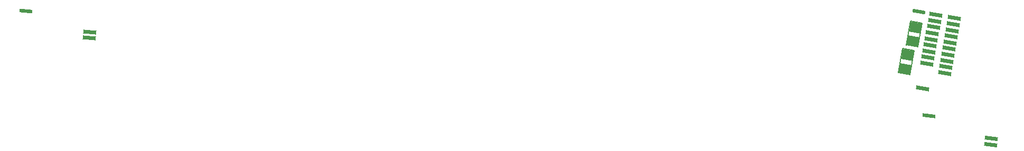
<source format=gbr>
*
G4_C Author: OrCAD GerbTool(tm) 8.1.1 Thu Jun 19 12:26:17 2003*
%LPD*%
%LNsilkbot*%
%FSLAX34Y34*%
%MOIN*%
%AD*%
%AMD25R98*
20,1,0.025000,0.000000,-0.035000,0.000000,0.035000,98.600000*
%
%AMD10R98*
20,1,0.050000,-0.025000,0.000000,0.025000,0.000000,98.600000*
%
%AMD25R98N2*
20,1,0.025000,0.000000,-0.035000,0.000000,0.035000,98.600000*
%
%AMD10R98N2*
20,1,0.050000,-0.025000,0.000000,0.025000,0.000000,98.600000*
%
%AMD25R86*
20,1,0.025000,0.000000,-0.035000,0.000000,0.035000,86.080000*
%
%AMD10R86*
20,1,0.050000,-0.025000,0.000000,0.025000,0.000000,86.080000*
%
%AMD16R5*
20,1,0.025000,-0.035000,0.000000,0.035000,0.000000,5.450000*
%
%AMD10R5*
20,1,0.050000,-0.025000,0.000000,0.025000,0.000000,5.450000*
%
%AMD16R5N2*
20,1,0.025000,-0.035000,0.000000,0.035000,0.000000,5.450000*
%
%AMD10R5N2*
20,1,0.050000,-0.025000,0.000000,0.025000,0.000000,5.450000*
%
%AMD32R3*
20,1,0.025000,0.034920,-0.002390,-0.034920,0.002390,3.950000*
%
%AMD33R3*
20,1,0.050000,-0.001710,-0.024940,0.001710,0.024940,3.950000*
%
%AMD32R3N2*
20,1,0.025000,0.034920,-0.002390,-0.034920,0.002390,3.910000*
%
%AMD33R3N2*
20,1,0.050000,-0.001710,-0.024940,0.001710,0.024940,3.910000*
%
%AMD32R3N3*
20,1,0.025000,0.034920,-0.002390,-0.034920,0.002390,3.920000*
%
%AMD33R3N3*
20,1,0.050000,-0.001710,-0.024940,0.001710,0.024940,3.920000*
%
%AMD29R88*
20,1,0.022000,0.000000,-0.040000,0.000000,0.040000,88.000000*
%
%AMD55R359*
20,1,0.022000,0.039980,-0.001400,-0.039980,0.001400,359.000000*
%
%AMD56R359*
20,1,0.022000,0.039950,-0.002100,-0.039950,0.002100,359.000000*
%
%AMD57R359*
20,1,0.022000,0.039910,-0.002800,-0.039910,0.002800,359.000000*
%
%AMD30R80*
20,1,0.024000,0.000000,-0.041000,0.000000,0.041000,80.000000*
%
%AMD26R80*
20,1,0.027000,0.000000,-0.036000,0.000000,0.036000,80.000000*
%
%AMD29R80*
20,1,0.022000,0.000000,-0.040000,0.000000,0.040000,80.000000*
%
%AMD29R82*
20,1,0.022000,0.000000,-0.040000,0.000000,0.040000,82.400000*
%
%AMD29R85*
20,1,0.022000,0.000000,-0.040000,0.000000,0.040000,85.000000*
%
%AMD30R85*
20,1,0.024000,0.000000,-0.041000,0.000000,0.041000,85.000000*
%
%AMD30R81*
20,1,0.024000,0.000000,-0.041000,0.000000,0.041000,81.000000*
%
%AMD26R81*
20,1,0.027000,0.000000,-0.036000,0.000000,0.036000,81.000000*
%
%AMD29R81*
20,1,0.022000,0.000000,-0.040000,0.000000,0.040000,81.000000*
%
%AMD65R359*
20,1,0.024000,0.040500,-0.006410,-0.040500,0.006410,359.000000*
%
%AMD66R359*
20,1,0.027000,0.035560,-0.005630,-0.035560,0.005630,359.000000*
%
%AMD67R359*
20,1,0.022000,0.039510,-0.006260,-0.039510,0.006260,359.000000*
%
%AMD29R81N2*
20,1,0.022000,0.000000,-0.040000,0.000000,0.040000,81.000000*
%
%AMD30R81N2*
20,1,0.024000,0.000000,-0.041000,0.000000,0.041000,81.000000*
%
%AMD71R1*
20,1,0.022000,0.039510,-0.006260,-0.039510,0.006260,1.000000*
%
%AMD72R1*
20,1,0.024000,0.040500,-0.006410,-0.040500,0.006410,1.000000*
%
%AMD73R1*
20,1,0.022000,0.039610,-0.005570,-0.039610,0.005570,1.000000*
%
%AMD74R1*
20,1,0.024000,0.040610,-0.005700,-0.040610,0.005700,1.000000*
%
%ADD10R,0.050000X0.050000*%
%ADD11C,0.006000*%
%ADD12C,0.019000*%
%ADD13C,0.007900*%
%ADD14C,0.005000*%
%ADD15C,0.000800*%
%ADD16R,0.070000X0.025000*%
%ADD17R,0.068000X0.023000*%
%ADD18C,0.006000*%
%ADD19C,0.009800*%
%ADD20C,0.010000*%
%ADD21C,0.030000*%
%ADD22C,0.060000*%
%ADD23C,0.035000*%
%ADD24C,0.055000*%
%ADD25R,0.025000X0.070000*%
%ADD26R,0.027000X0.072000*%
%ADD27R,0.029000X0.058000*%
%ADD28R,0.031000X0.060000*%
%ADD29R,0.022000X0.080000*%
%ADD30R,0.024000X0.082000*%
%ADD31D10R98N2*%
%ADD32D25R86*%
%ADD33D10R86*%
%ADD34D16R5*%
%ADD35D10R5*%
%ADD36D16R5N2*%
%ADD37D10R5N2*%
%ADD38D25R98N2*%
%ADD39D10R98N2*%
%ADD40D25R86*%
%ADD41D10R86*%
%ADD42D16R5*%
%ADD43D10R5*%
%ADD44D16R5N2*%
%ADD45D10R5N2*%
%ADD46D32R3*%
%ADD47D33R3*%
%ADD48R,0.070000X0.025000*%
%ADD49D33R3N2*%
%ADD50C,0.011000*%
%ADD51C,0.036000*%
%ADD52C,0.015000*%
%ADD53R,0.070000X0.025000*%
%ADD54R,0.050000X0.050000*%
%ADD55D29R88*%
%ADD56D55R359*%
%ADD57D56R359*%
%ADD58D57R359*%
%ADD59D30R80*%
%ADD60D26R80*%
%ADD61D29R80*%
%ADD62D29R82*%
%ADD63D29R85*%
%ADD64D30R85*%
%ADD65D30R81*%
%ADD66D26R81*%
%ADD67D29R81*%
%ADD68D65R359*%
%ADD69D66R359*%
%ADD70D67R359*%
%ADD71D29R81N2*%
%ADD72D30R81N2*%
%ADD73D71R1*%
%ADD74D72R1*%
%ADD75D73R1*%
%ADD76D74R1*%
G4_C OrCAD GerbTool Tool List *
G4_D50 1 0.0110 T 0 0*
G4_D51 3 0.0360 T 0 0*
G4_D52 2 0.0150 T 0 0*
G54D68*
G1X92327Y28121D3*
G1X92601Y29672D3*
G1X92668Y30059D3*
G1X92738Y30447D3*
G1X92806Y30835D3*
G1X92875Y31223D3*
G1X93011Y31997D3*
G1X92943Y31610D3*
G1X93080Y32385D3*
G1X93148Y32772D3*
G1X94330Y32565D3*
G1X94261Y32177D3*
G1X94193Y31790D3*
G1X94125Y31401D3*
G1X94056Y31015D3*
G1X93988Y30626D3*
G1X93920Y30238D3*
G1X93850Y29851D3*
G1X93783Y29463D3*
G1X93715Y29075D3*
G54D69*
G1X91187Y29147D3*
G1X91220Y29342D3*
G1X91253Y29523D3*
G1X91344Y30034D3*
G1X91379Y30229D3*
G1X91410Y30410D3*
G1X91796Y30500D2*
G54D18*
G1X91528Y28979D1*
G1X91796Y30501D2*
G1X91070Y30629D1*
G1X91070Y30630D2*
G1X90802Y29107D1*
G54D69*
G1X91686Y30893D3*
G1X91720Y31088D3*
G1X91753Y31269D3*
G1X91844Y31780D3*
G1X91879Y31976D3*
G1X91910Y32157D3*
G1X92296Y32247D2*
G54D18*
G1X92028Y30725D1*
G1X92296Y32248D2*
G1X91570Y32376D1*
G1X91570Y32377D2*
G1X91302Y30853D1*
G54D70*
G1X92085Y32960D3*
G54D75*
G1X92715Y26382D3*
G54D76*
G1X96670Y24938D3*
G1X96625Y24546D3*
G54D63*
G1X35743Y32991D3*
G54D64*
G1X39745Y31685D3*
G1X39715Y31292D3*
M2*

</source>
